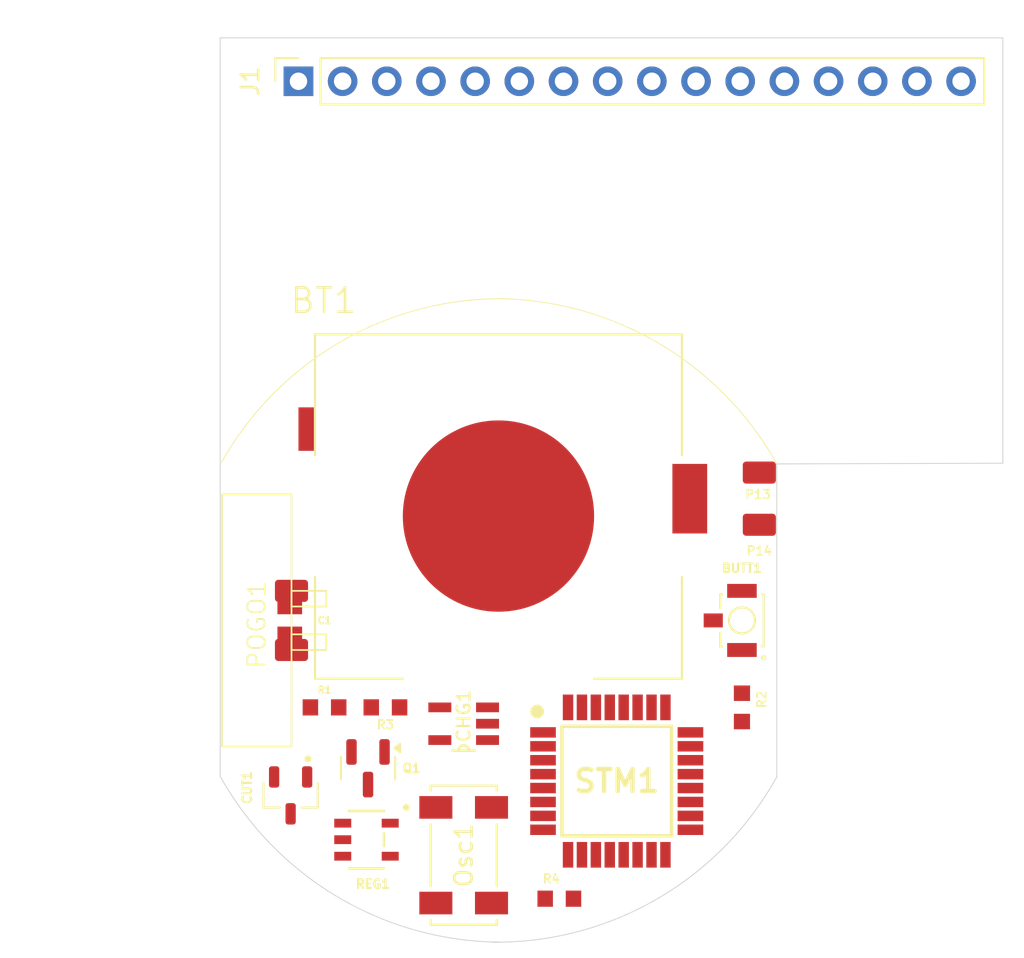
<source format=kicad_pcb>
(kicad_pcb (version 20241229) (generator "pcbnew") (generator_version "9.0")
  (layers (0 "F.Cu" signal) (2 "B.Cu" signal) (13 "F.Paste" user) (15 "B.Paste" user) (5 "F.SilkS" user "F.Silkscreen") (7 "B.SilkS" user "B.Silkscreen") (1 "F.Mask" user) (3 "B.Mask" user) (25 "Edge.Cuts" user))
  (net 0 "")
  (net 1 "BATT")
  (net 2 "USB -")
  (net 3 "Net-(CHG1-VDD)")
  (net 4 "F")
  (net 5 "B")
  (net 6 "A")
  (net 7 "N")
  (net 8 "O")
  (net 9 "D")
  (net 10 "E")
  (net 11 "H")
  (net 12 "L")
  (net 13 "J")
  (net 14 "C")
  (net 15 "G")
  (net 16 "M")
  (net 17 "K")
  (net 18 "I")
  (net 19 "P")
  (net 20 "Net-(CHG1-PROG)")
  (net 21 "Net-(STM1-PA0)")
  (net 22 "USB + ")
  (net 23 "STM_POW")
  (net 25 "Net-(STM1-PF0-OSC_IN)")
  (net 26 "Net-(CHG1-STAT)")
  (net 27 "Net-(STM1-PF1-OSC_OUT)")
  (net 32 "Net-(CUT1-~{RESET})")
  (net 33 "Net-(STM1-PA14)")
  (net 34 "Net-(STM1-PA13)")
  (net 35 "Net-(Q1-G)")
  (footprint "RN73H1JTTD5052F50:RN73H1JTTD5052F50" (layer "F.Cu") (at 182 104.5 180)
    (property "Reference" "R1" (at 0 1 0) (layer "F.SilkS") (effects (font (size 0.393701 0.393701) (thickness 0.098425))))
    (property "Value" "RN73H1JTTD5052F50")
    (pad "1" smd rect (at -0.814 0 180) (size 0.89 0.93) (layers "F.Cu" "F.Mask" "F.Paste") (net 20 "Net-(CHG1-PROG)"))
    (pad "2" smd rect (at 0.814 0 180) (size 0.89 0.93) (layers "F.Cu" "F.Mask" "F.Paste") (net 2 "USB -"))
  )
  (footprint "B3U_1100P:SW_B3U-1100P" (layer "F.Cu") (at 206 99.5 -90)
    (property "Reference" "BUTT1" (at -3 0 180) (layer "F.SilkS") (effects (font (size 0.5 0.5) (thickness 0.125))))
    (property "Value" "B3U-1100P")
    (fp_line (start -1.5 1.25) (end -0.7 1.25) (stroke (width 0.127)) (layer "F.SilkS"))
    (fp_line (start 1.5 1.25) (end 0.7 1.25) (stroke (width 0.127)) (layer "F.SilkS"))
    (fp_line (start -1.5 1.15) (end -1.5 1.25) (stroke (width 0.127)) (layer "F.SilkS"))
    (fp_line (start 1.5 1.15) (end 1.5 1.25) (stroke (width 0.127)) (layer "F.SilkS"))
    (fp_line (start -1.5 -1.15) (end -1.5 -1.25) (stroke (width 0.127)) (layer "F.SilkS"))
    (fp_line (start -1.5 -1.25) (end 1.5 -1.25) (stroke (width 0.127)) (layer "F.SilkS"))
    (fp_line (start 1.5 -1.25) (end 1.5 -1.15) (stroke (width 0.127)) (layer "F.SilkS"))
    (fp_circle (center 0 0) (end 0.75 0) (stroke (width 0.127)) (fill no) (layer "F.SilkS"))
    (fp_circle (center 2.15 -1.25) (end 2.199999 -1.25) (stroke (width 0.1)) (fill no) (layer "F.SilkS"))
    (pad "1" smd rect (at 1.700001 0 270) (size 0.8 1.7) (layers "F.Cu" "F.Mask" "F.Paste") (net 21 "Net-(STM1-PA0)"))
    (pad "2" smd rect (at -1.700001 0 270) (size 0.8 1.7) (layers "F.Cu" "F.Mask" "F.Paste") (net 23 "STM_POW"))
    (pad "3" smd rect (at 0 1.65 270) (size 0.8 1.1) (layers "F.Cu" "F.Mask" "F.Paste"))
  )
  (footprint "STM32G431KBT6:QFP80P900X900X160-32N" (layer "F.Cu") (at 198.8 108.738)
    (property "Reference" "STM1" (at 0 0 0) (layer "F.SilkS") (effects (font (size 1.27 1.27) (thickness 0.254))))
    (property "Value" "STM32G431KBT6" (hide yes))
    (fp_line (start -3.15 -3.15) (end 3.15 -3.15) (stroke (width 0.2)) (layer "F.SilkS"))
    (fp_line (start -3.15 3.15) (end -3.15 -3.15) (stroke (width 0.2)) (layer "F.SilkS"))
    (fp_line (start 3.15 -3.15) (end 3.15 3.15) (stroke (width 0.2)) (layer "F.SilkS"))
    (fp_line (start 3.15 3.15) (end -3.15 3.15) (stroke (width 0.2)) (layer "F.SilkS"))
    (fp_circle (center -4.575 -4) (end -4.575 -3.8) (stroke (width 0.4)) (fill no) (layer "F.SilkS"))
    (pad "1" smd rect (at -4.238 -2.8 90) (size 0.6 1.475) (layers "F.Cu" "F.Mask" "F.Paste") (net 23 "STM_POW"))
    (pad "2" smd rect (at -4.238 -2 90) (size 0.6 1.475) (layers "F.Cu" "F.Mask" "F.Paste") (net 25 "Net-(STM1-PF0-OSC_IN)"))
    (pad "3" smd rect (at -4.238 -1.2 90) (size 0.6 1.475) (layers "F.Cu" "F.Mask" "F.Paste") (net 27 "Net-(STM1-PF1-OSC_OUT)"))
    (pad "4" smd rect (at -4.238 -0.4 90) (size 0.6 1.475) (layers "F.Cu" "F.Mask" "F.Paste"))
    (pad "5" smd rect (at -4.238 0.4 90) (size 0.6 1.475) (layers "F.Cu" "F.Mask" "F.Paste") (net 21 "Net-(STM1-PA0)"))
    (pad "6" smd rect (at -4.238 1.2 90) (size 0.6 1.475) (layers "F.Cu" "F.Mask" "F.Paste") (net 1 "BATT"))
    (pad "7" smd rect (at -4.238 2 90) (size 0.6 1.475) (layers "F.Cu" "F.Mask" "F.Paste") (net 6 "A"))
    (pad "8" smd rect (at -4.238 2.8 90) (size 0.6 1.475) (layers "F.Cu" "F.Mask" "F.Paste") (net 5 "B"))
    (pad "9" smd rect (at -2.8 4.238) (size 0.6 1.475) (layers "F.Cu" "F.Mask" "F.Paste") (net 14 "C"))
    (pad "10" smd rect (at -2 4.238) (size 0.6 1.475) (layers "F.Cu" "F.Mask" "F.Paste") (net 9 "D"))
    (pad "11" smd rect (at -1.2 4.238) (size 0.6 1.475) (layers "F.Cu" "F.Mask" "F.Paste") (net 10 "E"))
    (pad "12" smd rect (at -0.4 4.238) (size 0.6 1.475) (layers "F.Cu" "F.Mask" "F.Paste") (net 4 "F"))
    (pad "13" smd rect (at 0.4 4.238) (size 0.6 1.475) (layers "F.Cu" "F.Mask" "F.Paste") (net 15 "G"))
    (pad "14" smd rect (at 1.2 4.238) (size 0.6 1.475) (layers "F.Cu" "F.Mask" "F.Paste") (net 2 "USB -"))
    (pad "15" smd rect (at 2 4.238) (size 0.6 1.475) (layers "F.Cu" "F.Mask" "F.Paste") (net 23 "STM_POW"))
    (pad "16" smd rect (at 2.8 4.238) (size 0.6 1.475) (layers "F.Cu" "F.Mask" "F.Paste") (net 2 "USB -"))
    (pad "17" smd rect (at 4.238 2.8 90) (size 0.6 1.475) (layers "F.Cu" "F.Mask" "F.Paste") (net 23 "STM_POW"))
    (pad "18" smd rect (at 4.238 2 90) (size 0.6 1.475) (layers "F.Cu" "F.Mask" "F.Paste") (net 11 "H"))
    (pad "19" smd rect (at 4.238 1.2 90) (size 0.6 1.475) (layers "F.Cu" "F.Mask" "F.Paste") (net 18 "I"))
    (pad "20" smd rect (at 4.238 0.4 90) (size 0.6 1.475) (layers "F.Cu" "F.Mask" "F.Paste") (net 13 "J"))
    (pad "21" smd rect (at 4.238 -0.4 90) (size 0.6 1.475) (layers "F.Cu" "F.Mask" "F.Paste") (net 17 "K"))
    (pad "22" smd rect (at 4.238 -1.2 90) (size 0.6 1.475) (layers "F.Cu" "F.Mask" "F.Paste") (net 12 "L"))
    (pad "23" smd rect (at 4.238 -2 90) (size 0.6 1.475) (layers "F.Cu" "F.Mask" "F.Paste") (net 34 "Net-(STM1-PA13)"))
    (pad "24" smd rect (at 4.238 -2.8 90) (size 0.6 1.475) (layers "F.Cu" "F.Mask" "F.Paste") (net 33 "Net-(STM1-PA14)"))
    (pad "25" smd rect (at 2.8 -4.238) (size 0.6 1.475) (layers "F.Cu" "F.Mask" "F.Paste") (net 16 "M"))
    (pad "26" smd rect (at 2 -4.238) (size 0.6 1.475) (layers "F.Cu" "F.Mask" "F.Paste") (net 26 "Net-(CHG1-STAT)"))
    (pad "27" smd rect (at 1.2 -4.238) (size 0.6 1.475) (layers "F.Cu" "F.Mask" "F.Paste") (net 35 "Net-(Q1-G)"))
    (pad "28" smd rect (at 0.4 -4.238) (size 0.6 1.475) (layers "F.Cu" "F.Mask" "F.Paste") (net 7 "N"))
    (pad "29" smd rect (at -0.4 -4.238) (size 0.6 1.475) (layers "F.Cu" "F.Mask" "F.Paste") (net 8 "O"))
    (pad "30" smd rect (at -1.2 -4.238) (size 0.6 1.475) (layers "F.Cu" "F.Mask" "F.Paste") (net 19 "P"))
    (pad "31" smd rect (at -2 -4.238) (size 0.6 1.475) (layers "F.Cu" "F.Mask" "F.Paste") (net 2 "USB -"))
    (pad "32" smd rect (at -2.8 -4.238) (size 0.6 1.475) (layers "F.Cu" "F.Mask" "F.Paste") (net 2 "USB -"))
  )
  (footprint "WL-SMCC_0402:Untitled" (layer "F.Cu") (at 173.1 99.5)
    (property "Reference" "POGO1" (at 5 0.25 90) (layer "F.SilkS") (effects (font (thickness 0.1))))
    (property "Value" "~")
    (fp_rect (start 3 -7.25) (end 7 7.25) (stroke (width 0.1)) (fill no) (layer "F.SilkS"))
    (fp_rect (start 7 -1.7) (end 9 -0.8) (stroke (width 0.1)) (fill no) (layer "F.SilkS"))
    (fp_rect (start 7 0.8) (end 9 1.7) (stroke (width 0.1)) (fill no) (layer "F.SilkS"))
    (pad "1" smd roundrect (at 7 -1.7) (size 1.905 1.27) (layers "F.Cu" "F.Mask" "F.Paste") (roundrect_rratio 0.15) (net 22 "USB + "))
    (pad "2" smd roundrect (at 7 1.7) (size 1.905 1.27) (layers "F.Cu" "F.Mask" "F.Paste") (roundrect_rratio 0.15) (net 2 "USB -"))
  )
  (footprint "MC-306_32.7680K-E0_PURE_SN:MC-306_32.7680K-E0_PURE_SN" (layer "F.Cu") (at 190 113)
    (property "Reference" "Osc1" (at 0 0 90) (layer "F.SilkS"))
    (property "Value" "MC-306_32.7680K-E0_PURE_SN")
    (fp_line (start -1.9 -4) (end -1.9 -3.72) (stroke (width 0.127)) (layer "F.SilkS"))
    (fp_line (start -1.9 -4) (end 1.9 -4) (stroke (width 0.127)) (layer "F.SilkS"))
    (fp_line (start -1.9 -1.78) (end -1.9 1.78) (stroke (width 0.127)) (layer "F.SilkS"))
    (fp_line (start -1.9 4) (end -1.9 3.72) (stroke (width 0.127)) (layer "F.SilkS"))
    (fp_line (start -1.9 4) (end 1.9 4) (stroke (width 0.127)) (layer "F.SilkS"))
    (fp_line (start 1.9 -4) (end 1.9 -3.72) (stroke (width 0.127)) (layer "F.SilkS"))
    (fp_line (start 1.9 -1.78) (end 1.9 1.78) (stroke (width 0.127)) (layer "F.SilkS"))
    (fp_line (start 1.9 4) (end 1.9 3.72) (stroke (width 0.127)) (layer "F.SilkS"))
    (fp_circle (center -3.3 -2.75) (end -3.2 -2.75) (stroke (width 0.2)) (fill no) (layer "F.SilkS"))
    (pad "1" smd rect (at -1.6 -2.75) (size 1.9 1.3) (layers "F.Cu" "F.Mask" "F.Paste") (net 25 "Net-(STM1-PF0-OSC_IN)"))
    (pad "2" smd rect (at -1.6 2.75) (size 1.9 1.3) (layers "F.Cu" "F.Mask" "F.Paste"))
    (pad "3" smd rect (at 1.6 2.75) (size 1.9 1.3) (layers "F.Cu" "F.Mask" "F.Paste"))
    (pad "4" smd rect (at 1.6 -2.75) (size 1.9 1.3) (layers "F.Cu" "F.Mask" "F.Paste") (net 27 "Net-(STM1-PF1-OSC_OUT)"))
  )
  (footprint "GRM21BC81E106ME51K:CAPC2012X140N" (layer "F.Cu") (at 180 99.5 -90)
    (property "Reference" "C1" (at 0 -2 180) (layer "F.SilkS") (effects (font (size 0.393701 0.393701) (thickness 0.098425))))
    (property "Value" "GRM21BC81E106ME51K")
    (pad "1" smd rect (at -0.895001 0 270) (size 1.08 1.42) (layers "F.Cu" "F.Mask" "F.Paste") (net 22 "USB + "))
    (pad "2" smd rect (at 0.895001 0 270) (size 1.08 1.42) (layers "F.Cu" "F.Mask" "F.Paste") (net 2 "USB -"))
  )
  (footprint "RN73H1JTTD5052F50:RN73H1JTTD5052F50" (layer "F.Cu") (at 195.5 115.5)
    (property "Reference" "R4" (at -0.45554 -1.139288 0) (layer "F.SilkS") (effects (font (size 0.5 0.5) (thickness 0.098425))))
    (property "Value" "RN73H1JTTD5052F50")
    (pad "1" smd rect (at -0.814 0) (size 0.89 0.93) (layers "F.Cu" "F.Mask" "F.Paste") (net 3 "Net-(CHG1-VDD)"))
    (pad "2" smd rect (at 0.814 0) (size 0.89 0.93) (layers "F.Cu" "F.Mask" "F.Paste") (net 26 "Net-(CHG1-STAT)"))
  )
  (footprint "RN73H1JTTD5052F50:RN73H1JTTD5052F50" (layer "F.Cu") (at 185.5 104.5)
    (property "Reference" "R3" (at 0 1 0) (layer "F.SilkS") (effects (font (size 0.5 0.5) (thickness 0.098425))))
    (property "Value" "RN73H1JTTD5052F50")
    (pad "1" smd rect (at -0.814 0) (size 0.89 0.93) (layers "F.Cu" "F.Mask" "F.Paste") (net 22 "USB + "))
    (pad "2" smd rect (at 0.814 0) (size 0.89 0.93) (layers "F.Cu" "F.Mask" "F.Paste") (net 35 "Net-(Q1-G)"))
  )
  (footprint "MAX809SEUR+T:MAX809SEUR+T" (layer "F.Cu") (at 180.05 109.56 -90)
    (property "Reference" "CUT1" (at -0.44 2.5 90) (layer "F.SilkS") (effects (font (size 0.5 0.5) (thickness 0.125))))
    (property "Value" "MAX809SEUR_T")
    (fp_line (start -0.7 1.56) (end 0.7 1.56) (stroke (width 0.127)) (layer "F.SilkS"))
    (fp_line (start 0.7 0.62) (end 0.7 1.56) (stroke (width 0.127)) (layer "F.SilkS"))
    (fp_line (start -0.7 -1.56) (end 0.7 -1.56) (stroke (width 0.127)) (layer "F.SilkS"))
    (fp_line (start 0.7 -1.56) (end 0.7 -0.62) (stroke (width 0.127)) (layer "F.SilkS"))
    (fp_circle (center -2.1 -1) (end -2 -1) (stroke (width 0.2)) (fill no) (layer "F.SilkS"))
    (pad "1" smd roundrect (at -1.06 -0.95 270) (size 1.23 0.59) (layers "F.Cu" "F.Mask" "F.Paste") (net 2 "USB -"))
    (pad "2" smd roundrect (at -1.06 0.95 270) (size 1.23 0.59) (layers "F.Cu" "F.Mask" "F.Paste") (net 32 "Net-(CUT1-~{RESET})"))
    (pad "3" smd roundrect (at 1.06 0 270) (size 1.23 0.59) (layers "F.Cu" "F.Mask" "F.Paste") (net 1 "BATT"))
  )
  (footprint "Connector_PinSocket_2.54mm:PinSocket_1x16_P2.54mm_Vertical" (layer "F.Cu") (at 180.5 68.5 90)
    (property "Reference" "J1" (at 0 -2.77 90) (layer "F.SilkS"))
    (property "Value" "Conn_01x16")
    (fp_line (start 1.33 -1.33) (end 1.33 0) (stroke (width 0.12)) (layer "F.SilkS"))
    (fp_line (start 0 -1.33) (end 1.33 -1.33) (stroke (width 0.12)) (layer "F.SilkS"))
    (fp_line (start 1.33 1.27) (end 1.33 39.43) (stroke (width 0.12)) (layer "F.SilkS"))
    (fp_line (start -1.33 1.27) (end 1.33 1.27) (stroke (width 0.12)) (layer "F.SilkS"))
    (fp_line (start -1.33 1.27) (end -1.33 39.43) (stroke (width 0.12)) (layer "F.SilkS"))
    (fp_line (start -1.33 39.43) (end 1.33 39.43) (stroke (width 0.12)) (layer "F.SilkS"))
    (pad "1" thru_hole rect (at 0 0 90) (size 1.7 1.7) (drill 1) (layers "*.Cu" "*.Mask") (net 6 "A"))
    (pad "2" thru_hole circle (at 0 2.54 90) (size 1.7 1.7) (drill 1) (layers "*.Cu" "*.Mask") (net 5 "B"))
    (pad "3" thru_hole circle (at 0 5.08 90) (size 1.7 1.7) (drill 1) (layers "*.Cu" "*.Mask") (net 14 "C"))
    (pad "4" thru_hole circle (at 0 7.62 90) (size 1.7 1.7) (drill 1) (layers "*.Cu" "*.Mask") (net 9 "D"))
    (pad "5" thru_hole circle (at 0 10.16 90) (size 1.7 1.7) (drill 1) (layers "*.Cu" "*.Mask") (net 10 "E"))
    (pad "6" thru_hole circle (at 0 12.7 90) (size 1.7 1.7) (drill 1) (layers "*.Cu" "*.Mask") (net 4 "F"))
    (pad "7" thru_hole circle (at 0 15.24 90) (size 1.7 1.7) (drill 1) (layers "*.Cu" "*.Mask") (net 15 "G"))
    (pad "8" thru_hole circle (at 0 17.78 90) (size 1.7 1.7) (drill 1) (layers "*.Cu" "*.Mask") (net 11 "H"))
    (pad "9" thru_hole circle (at 0 20.32 90) (size 1.7 1.7) (drill 1) (layers "*.Cu" "*.Mask") (net 18 "I"))
    (pad "10" thru_hole circle (at 0 22.86 90) (size 1.7 1.7) (drill 1) (layers "*.Cu" "*.Mask") (net 13 "J"))
    (pad "11" thru_hole circle (at 0 25.4 90) (size 1.7 1.7) (drill 1) (layers "*.Cu" "*.Mask") (net 17 "K"))
    (pad "12" thru_hole circle (at 0 27.94 90) (size 1.7 1.7) (drill 1) (layers "*.Cu" "*.Mask") (net 12 "L"))
    (pad "13" thru_hole circle (at 0 30.48 90) (size 1.7 1.7) (drill 1) (layers "*.Cu" "*.Mask") (net 16 "M"))
    (pad "14" thru_hole circle (at 0 33.02 90) (size 1.7 1.7) (drill 1) (layers "*.Cu" "*.Mask") (net 7 "N"))
    (pad "15" thru_hole circle (at 0 35.56 90) (size 1.7 1.7) (drill 1) (layers "*.Cu" "*.Mask") (net 8 "O"))
    (pad "16" thru_hole circle (at 0 38.1 90) (size 1.7 1.7) (drill 1) (layers "*.Cu" "*.Mask") (net 19 "P"))
  )
  (footprint "RN73H1JTTD5052F50:RN73H1JTTD5052F50" (layer "F.Cu") (at 206 104.5 -90)
    (property "Reference" "R2" (at -0.45554 -1.139288 90) (layer "F.SilkS") (effects (font (size 0.5 0.5) (thickness 0.098425))))
    (property "Value" "RN73H1JTTD5052F50")
    (pad "1" smd rect (at -0.814 0 270) (size 0.89 0.93) (layers "F.Cu" "F.Mask" "F.Paste") (net 21 "Net-(STM1-PA0)"))
    (pad "2" smd rect (at 0.814 0 270) (size 0.89 0.93) (layers "F.Cu" "F.Mask" "F.Paste") (net 2 "USB -"))
  )
  (footprint "BAT-HLD-003-SMT:BAT_BAT-HLD-003-SMT_CUT" (layer "F.Cu") (at 192 93.5)
    (property "Reference" "BT1" (at -10.055 -12.389 0) (layer "F.SilkS") (effects (font (size 1.4 1.4))))
    (property "Value" "BAT-HLD-003-SMT")
    (fp_line (start -10.55 -10.45) (end 10.55 -10.45) (stroke (width 0.127)) (layer "F.SilkS"))
    (fp_line (start -10.55 -3.5) (end -10.55 -10.45) (stroke (width 0.127)) (layer "F.SilkS"))
    (fp_line (start -10.55 3.5) (end -10.55 9.35) (stroke (width 0.127)) (layer "F.SilkS"))
    (fp_line (start -10.55 9.35) (end -5.5 9.35) (stroke (width 0.127)) (layer "F.SilkS"))
    (fp_line (start 5.5 9.35) (end 10.55 9.35) (stroke (width 0.127)) (layer "F.SilkS"))
    (fp_line (start 10.55 -10.45) (end 10.55 -3.5) (stroke (width 0.127)) (layer "F.SilkS"))
    (fp_line (start 10.55 9.35) (end 10.55 3.5) (stroke (width 0.127)) (layer "F.SilkS"))
    (pad "N" smd circle (at 0 0) (size 11 11) (layers "F.Cu" "F.Mask") (net 2 "USB -"))
    (pad "P1" smd rect (at -11 -5) (size 1 2.5) (layers "F.Cu" "F.Mask") (net 1 "BATT"))
    (pad "P2" smd rect (at 11 -1) (size 2 4) (layers "F.Cu" "F.Mask") (net 1 "BATT"))
  )
  (footprint "MCP73832T_2ACI_OT:SOT95P270X145-5N" (layer "F.Cu") (at 190 105.4398 180)
    (property "Reference" "CHG1" (at 0 0.439801 90) (layer "F.SilkS") (effects (font (size 0.75 0.75) (thickness 0.125))))
    (property "Value" "MCP73832T-2ACI_OT")
    (fp_line (start 0.635 -1.5494) (end 0.3048 -1.5494) (stroke (width 0.1524)) (layer "F.SilkS"))
    (fp_line (start 0.3048 -1.5494) (end -0.3048 -1.5494) (stroke (width 0.1524)) (layer "F.SilkS"))
    (fp_line (start -0.3048 -1.5494) (end -0.635 -1.5494) (stroke (width 0.1524)) (layer "F.SilkS"))
    (fp_arc (start 0.3048 -1.5494) (mid 0 -1.2446) (end -0.3048 -1.5494) (stroke (width 0.1524)) (layer "F.SilkS"))
    (pad "1" smd rect (at -1.3716 -0.9398 180) (size 1.3208 0.5588) (layers "F.Cu" "F.Mask" "F.Paste") (net 26 "Net-(CHG1-STAT)"))
    (pad "2" smd rect (at -1.3716 0 180) (size 1.3208 0.5588) (layers "F.Cu" "F.Mask" "F.Paste") (net 2 "USB -"))
    (pad "3" smd rect (at -1.3716 0.9398 180) (size 1.3208 0.5588) (layers "F.Cu" "F.Mask" "F.Paste") (net 1 "BATT"))
    (pad "4" smd rect (at 1.3716 0.9398 180) (size 1.3208 0.5588) (layers "F.Cu" "F.Mask" "F.Paste") (net 3 "Net-(CHG1-VDD)"))
    (pad "5" smd rect (at 1.3716 -0.9398 180) (size 1.3208 0.5588) (layers "F.Cu" "F.Mask" "F.Paste") (net 20 "Net-(CHG1-PROG)"))
  )
  (footprint "WL-SMCC_0402:PROGPAD" (layer "F.Cu") (at 206 91.5)
    (property "Reference" "P13" (at 0.922048 0.76024 0) (layer "F.SilkS") (effects (font (size 0.5 0.5) (thickness 0.1))))
    (property "Value" "~")
    (pad "1" smd roundrect (at 1 -0.5) (size 1.905 1.27) (layers "F.Cu" "F.Mask" "F.Paste") (roundrect_rratio 0.15) (net 33 "Net-(STM1-PA14)"))
  )
  (footprint "WL-SMCC_0402:PROGPAD" (layer "F.Cu") (at 206 94.5)
    (property "Reference" "P14" (at 1 1 0) (layer "F.SilkS") (effects (font (size 0.5 0.5) (thickness 0.1))))
    (property "Value" "~")
    (pad "1" smd roundrect (at 1 -0.5) (size 1.905 1.27) (layers "F.Cu" "F.Mask" "F.Paste") (roundrect_rratio 0.15) (net 34 "Net-(STM1-PA13)"))
  )
  (footprint "TPS7A0225PDBVR:TPS7A0225PDBVR" (layer "F.Cu") (at 184.4113 112.1076)
    (property "Reference" "REG1" (at 0.36525 2.549999 0) (layer "F.SilkS") (effects (font (size 0.5 0.5) (thickness 0.125))))
    (property "Value" "TPS7A0225PDBVR")
    (fp_line (start -1.0033 1.651) (end 1.0033 1.651) (stroke (width 0.1524)) (layer "F.SilkS"))
    (fp_line (start 1.0033 -1.651) (end -1.0033 -1.651) (stroke (width 0.1524)) (layer "F.SilkS"))
    (fp_line (start 1.0033 0.363261) (end 1.0033 -0.363261) (stroke (width 0.1524)) (layer "F.SilkS"))
    (pad "1" smd rect (at -1.36525 -0.950001) (size 0.9779 0.508) (layers "F.Cu" "F.Mask" "F.Paste") (net 1 "BATT"))
    (pad "2" smd rect (at -1.36525 0) (size 0.9779 0.508) (layers "F.Cu" "F.Mask" "F.Paste") (net 2 "USB -"))
    (pad "3" smd rect (at -1.36525 0.950001) (size 0.9779 0.508) (layers "F.Cu" "F.Mask" "F.Paste") (net 32 "Net-(CUT1-~{RESET})"))
    (pad "4" smd rect (at 1.36525 0.950001) (size 0.9779 0.508) (layers "F.Cu" "F.Mask" "F.Paste"))
    (pad "5" smd rect (at 1.36525 -0.950001) (size 0.9779 0.508) (layers "F.Cu" "F.Mask" "F.Paste") (net 23 "STM_POW"))
  )
  (footprint "Package_TO_SOT_SMD:SOT-23" (layer "F.Cu") (at 184.5 108 -90)
    (property "Reference" "Q1" (at 0 -2.5 180) (layer "F.SilkS") (effects (font (size 0.5 0.5) (thickness 0.125))))
    (property "Value" "IRLML6402")
    (fp_line (start 0 1.560001) (end -0.65 1.56) (stroke (width 0.12)) (layer "F.SilkS"))
    (fp_line (start 0 1.560001) (end 0.65 1.56) (stroke (width 0.12)) (layer "F.SilkS"))
    (fp_line (start 0 -1.560001) (end -0.65 -1.56) (stroke (width 0.12)) (layer "F.SilkS"))
    (fp_line (start 0 -1.560001) (end 0.65 -1.56) (stroke (width 0.12)) (layer "F.SilkS"))
    (fp_poly (pts (xy -1.1625 -1.51) (xy -1.4025 -1.84) (xy -0.9225 -1.839999)) (stroke (width 0.12)) (fill yes) (layer "F.SilkS"))
    (pad "1" smd roundrect (at -0.9375 -0.95 270) (size 1.475 0.6) (layers "F.Cu" "F.Mask" "F.Paste") (net 35 "Net-(Q1-G)"))
    (pad "2" smd roundrect (at -0.9375 0.95 270) (size 1.475 0.6) (layers "F.Cu" "F.Mask" "F.Paste") (net 22 "USB + "))
    (pad "3" smd roundrect (at 0.937501 0 270) (size 1.475 0.6) (layers "F.Cu" "F.Mask" "F.Paste") (net 3 "Net-(CHG1-VDD)"))
  )
  (gr_arc (start 176.028791 90.500003) (mid 182.89676 83.494061) (end 192.385275 81.000005) (stroke (width 0.05)) (layer "F.SilkS"))
  (gr_arc (start 192 81) (mid 201.296008 83.61479) (end 208.02879 90.5374) (stroke (width 0.05)) (layer "F.SilkS"))
  (gr_arc (start 192.02879 118) (mid 182.732782 115.38521) (end 176 108.4626) (stroke (width 0.05)) (layer "Edge.Cuts"))
  (gr_line (start 208 90.5) (end 221 90.462535) (stroke (width 0.05)) (layer "Edge.Cuts"))
  (gr_line (start 192.02879 118) (end 191.643515 117.999995) (stroke (width 0.05)) (layer "Edge.Cuts"))
  (gr_line (start 208 90.5) (end 208 108.499997) (stroke (width 0.05)) (layer "Edge.Cuts"))
  (gr_line (start 176 90.462535) (end 176 66) (stroke (width 0.05)) (layer "Edge.Cuts"))
  (gr_line (start 207.528676 66) (end 176 66) (stroke (width 0.05)) (layer "Edge.Cuts"))
  (gr_line (start 176 90.462535) (end 176 90.499912) (stroke (width 0.05)) (layer "Edge.Cuts"))
  (gr_line (start 176 108.4626) (end 176 90.499912) (stroke (width 0.05)) (layer "Edge.Cuts"))
  (gr_line (start 221 90.462535) (end 221 66) (stroke (width 0.05)) (layer "Edge.Cuts"))
  (gr_line (start 221 66) (end 207.528676 66) (stroke (width 0.05)) (layer "Edge.Cuts"))
  (gr_arc (start 208 108.499997) (mid 201.13203 115.505939) (end 191.643515 117.999995) (stroke (width 0.05)) (layer "Edge.Cuts"))
)
</source>
